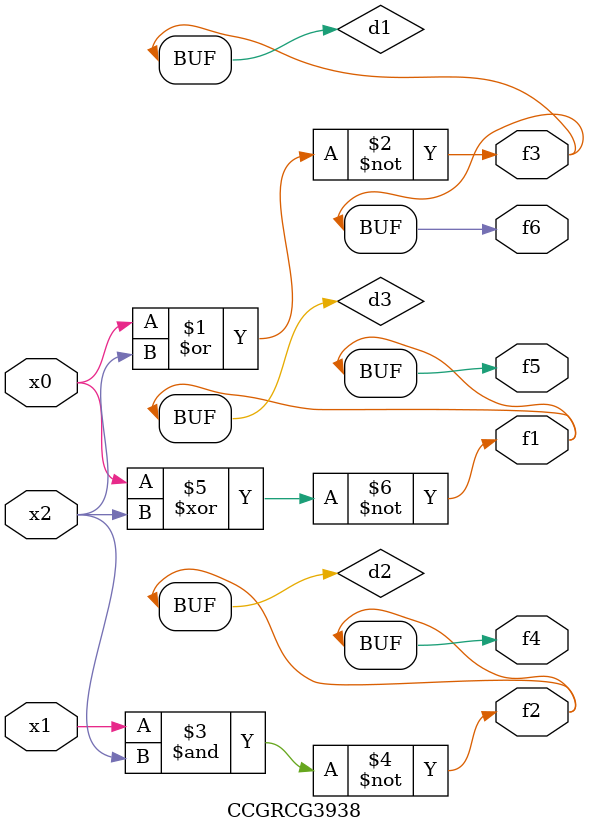
<source format=v>
module CCGRCG3938(
	input x0, x1, x2,
	output f1, f2, f3, f4, f5, f6
);

	wire d1, d2, d3;

	nor (d1, x0, x2);
	nand (d2, x1, x2);
	xnor (d3, x0, x2);
	assign f1 = d3;
	assign f2 = d2;
	assign f3 = d1;
	assign f4 = d2;
	assign f5 = d3;
	assign f6 = d1;
endmodule

</source>
